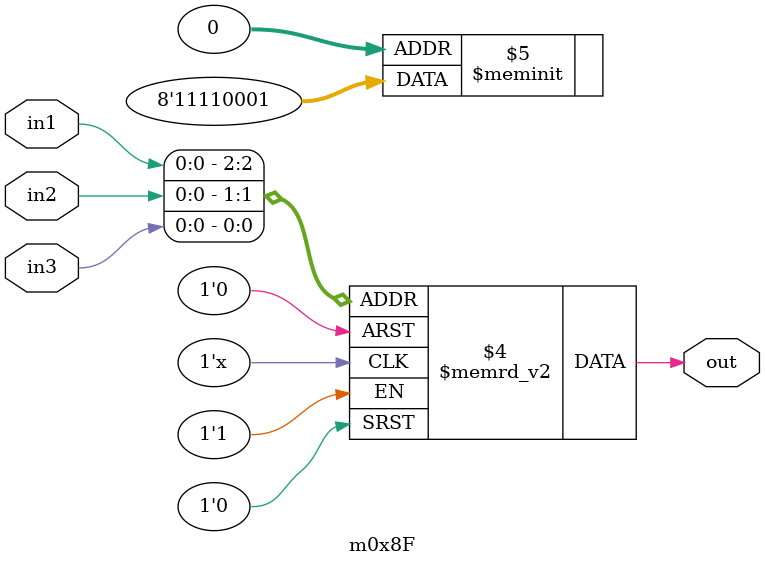
<source format=v>
module m0x8F(output out, input in1, in2, in3);

   always @(in1, in2, in3)
     begin
        case({in1, in2, in3})
          3'b000: {out} = 1'b1;
          3'b001: {out} = 1'b0;
          3'b010: {out} = 1'b0;
          3'b011: {out} = 1'b0;
          3'b100: {out} = 1'b1;
          3'b101: {out} = 1'b1;
          3'b110: {out} = 1'b1;
          3'b111: {out} = 1'b1;
        endcase // case ({in1, in2, in3})
     end // always @ (in1, in2, in3)

endmodule // m0x8F
</source>
